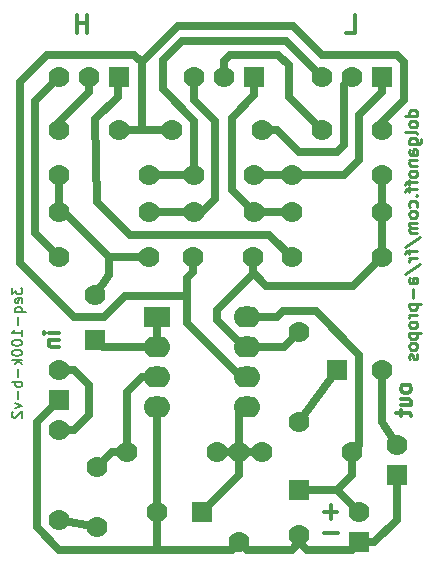
<source format=gbl>
%FSLAX46Y46*%
G04 Gerber Fmt 4.6, Leading zero omitted, Abs format (unit mm)*
G04 Created by KiCad (PCBNEW (2014-09-19 BZR 5142)-product) date 28/09/2014 22:55:22*
%MOMM*%
G01*
G04 APERTURE LIST*
%ADD10C,0.100000*%
%ADD11C,0.300000*%
%ADD12C,0.203200*%
%ADD13C,0.254000*%
%ADD14C,1.778000*%
%ADD15R,1.778000X1.778000*%
%ADD16R,2.286000X1.778000*%
%ADD17O,2.286000X1.778000*%
%ADD18C,0.635000*%
G04 APERTURE END LIST*
D10*
D11*
X119173571Y-78148571D02*
X119173571Y-76648571D01*
X119173571Y-77362857D02*
X118316428Y-77362857D01*
X118316428Y-78148571D02*
X118316428Y-76648571D01*
X141140714Y-78148571D02*
X141855000Y-78148571D01*
X141855000Y-76648571D01*
X146624524Y-108191905D02*
X146564048Y-108070952D01*
X146503571Y-108010476D01*
X146382619Y-107950000D01*
X146019762Y-107950000D01*
X145898810Y-108010476D01*
X145838333Y-108070952D01*
X145777857Y-108191905D01*
X145777857Y-108373333D01*
X145838333Y-108494285D01*
X145898810Y-108554762D01*
X146019762Y-108615238D01*
X146382619Y-108615238D01*
X146503571Y-108554762D01*
X146564048Y-108494285D01*
X146624524Y-108373333D01*
X146624524Y-108191905D01*
X145777857Y-109703810D02*
X146624524Y-109703810D01*
X145777857Y-109159524D02*
X146443095Y-109159524D01*
X146564048Y-109220000D01*
X146624524Y-109340953D01*
X146624524Y-109522381D01*
X146564048Y-109643333D01*
X146503571Y-109703810D01*
X145777857Y-110127143D02*
X145777857Y-110610953D01*
X145354524Y-110308572D02*
X146443095Y-110308572D01*
X146564048Y-110369048D01*
X146624524Y-110490001D01*
X146624524Y-110610953D01*
X116779524Y-103565476D02*
X115932857Y-103565476D01*
X115509524Y-103565476D02*
X115570000Y-103505000D01*
X115630476Y-103565476D01*
X115570000Y-103625952D01*
X115509524Y-103565476D01*
X115630476Y-103565476D01*
X115932857Y-104170238D02*
X116779524Y-104170238D01*
X116053810Y-104170238D02*
X115993333Y-104230714D01*
X115932857Y-104351667D01*
X115932857Y-104533095D01*
X115993333Y-104654047D01*
X116114286Y-104714524D01*
X116779524Y-104714524D01*
X139807143Y-118173572D02*
X139807143Y-119316429D01*
X140378571Y-118745000D02*
X139235714Y-118745000D01*
X139255572Y-120542857D02*
X140398429Y-120542857D01*
D12*
X112797167Y-99758499D02*
X112797167Y-100308832D01*
X113135833Y-100012499D01*
X113135833Y-100139499D01*
X113178167Y-100224166D01*
X113220500Y-100266499D01*
X113305167Y-100308832D01*
X113516833Y-100308832D01*
X113601500Y-100266499D01*
X113643833Y-100224166D01*
X113686167Y-100139499D01*
X113686167Y-99885499D01*
X113643833Y-99800832D01*
X113601500Y-99758499D01*
X113643833Y-101028499D02*
X113686167Y-100943833D01*
X113686167Y-100774499D01*
X113643833Y-100689833D01*
X113559167Y-100647499D01*
X113220500Y-100647499D01*
X113135833Y-100689833D01*
X113093500Y-100774499D01*
X113093500Y-100943833D01*
X113135833Y-101028499D01*
X113220500Y-101070833D01*
X113305167Y-101070833D01*
X113389833Y-100647499D01*
X113093500Y-101832833D02*
X113982500Y-101832833D01*
X113643833Y-101832833D02*
X113686167Y-101748166D01*
X113686167Y-101578833D01*
X113643833Y-101494166D01*
X113601500Y-101451833D01*
X113516833Y-101409499D01*
X113262833Y-101409499D01*
X113178167Y-101451833D01*
X113135833Y-101494166D01*
X113093500Y-101578833D01*
X113093500Y-101748166D01*
X113135833Y-101832833D01*
X113347500Y-102256166D02*
X113347500Y-102933499D01*
X113686167Y-103822499D02*
X113686167Y-103314499D01*
X113686167Y-103568499D02*
X112797167Y-103568499D01*
X112924167Y-103483833D01*
X113008833Y-103399166D01*
X113051167Y-103314499D01*
X112797167Y-104372833D02*
X112797167Y-104457500D01*
X112839500Y-104542166D01*
X112881833Y-104584500D01*
X112966500Y-104626833D01*
X113135833Y-104669166D01*
X113347500Y-104669166D01*
X113516833Y-104626833D01*
X113601500Y-104584500D01*
X113643833Y-104542166D01*
X113686167Y-104457500D01*
X113686167Y-104372833D01*
X113643833Y-104288166D01*
X113601500Y-104245833D01*
X113516833Y-104203500D01*
X113347500Y-104161166D01*
X113135833Y-104161166D01*
X112966500Y-104203500D01*
X112881833Y-104245833D01*
X112839500Y-104288166D01*
X112797167Y-104372833D01*
X112797167Y-105219500D02*
X112797167Y-105304167D01*
X112839500Y-105388833D01*
X112881833Y-105431167D01*
X112966500Y-105473500D01*
X113135833Y-105515833D01*
X113347500Y-105515833D01*
X113516833Y-105473500D01*
X113601500Y-105431167D01*
X113643833Y-105388833D01*
X113686167Y-105304167D01*
X113686167Y-105219500D01*
X113643833Y-105134833D01*
X113601500Y-105092500D01*
X113516833Y-105050167D01*
X113347500Y-105007833D01*
X113135833Y-105007833D01*
X112966500Y-105050167D01*
X112881833Y-105092500D01*
X112839500Y-105134833D01*
X112797167Y-105219500D01*
X113686167Y-105896834D02*
X112797167Y-105896834D01*
X113347500Y-105981500D02*
X113686167Y-106235500D01*
X113093500Y-106235500D02*
X113432167Y-105896834D01*
X113347500Y-106616501D02*
X113347500Y-107293834D01*
X113686167Y-107717168D02*
X112797167Y-107717168D01*
X113135833Y-107717168D02*
X113093500Y-107801834D01*
X113093500Y-107971168D01*
X113135833Y-108055834D01*
X113178167Y-108098168D01*
X113262833Y-108140501D01*
X113516833Y-108140501D01*
X113601500Y-108098168D01*
X113643833Y-108055834D01*
X113686167Y-107971168D01*
X113686167Y-107801834D01*
X113643833Y-107717168D01*
X113347500Y-108521501D02*
X113347500Y-109198834D01*
X113093500Y-109537501D02*
X113686167Y-109749168D01*
X113093500Y-109960834D01*
X112881833Y-110257167D02*
X112839500Y-110299501D01*
X112797167Y-110384167D01*
X112797167Y-110595834D01*
X112839500Y-110680501D01*
X112881833Y-110722834D01*
X112966500Y-110765167D01*
X113051167Y-110765167D01*
X113178167Y-110722834D01*
X113686167Y-110214834D01*
X113686167Y-110765167D01*
D13*
X147144619Y-85186763D02*
X146128619Y-85186763D01*
X147096238Y-85186763D02*
X147144619Y-85090001D01*
X147144619Y-84896478D01*
X147096238Y-84799716D01*
X147047857Y-84751335D01*
X146951095Y-84702954D01*
X146660810Y-84702954D01*
X146564048Y-84751335D01*
X146515667Y-84799716D01*
X146467286Y-84896478D01*
X146467286Y-85090001D01*
X146515667Y-85186763D01*
X147144619Y-85815716D02*
X147096238Y-85718954D01*
X147047857Y-85670573D01*
X146951095Y-85622192D01*
X146660810Y-85622192D01*
X146564048Y-85670573D01*
X146515667Y-85718954D01*
X146467286Y-85815716D01*
X146467286Y-85960858D01*
X146515667Y-86057620D01*
X146564048Y-86106001D01*
X146660810Y-86154382D01*
X146951095Y-86154382D01*
X147047857Y-86106001D01*
X147096238Y-86057620D01*
X147144619Y-85960858D01*
X147144619Y-85815716D01*
X147144619Y-86734954D02*
X147096238Y-86638192D01*
X146999476Y-86589811D01*
X146128619Y-86589811D01*
X146467286Y-87557429D02*
X147289762Y-87557429D01*
X147386524Y-87509048D01*
X147434905Y-87460667D01*
X147483286Y-87363906D01*
X147483286Y-87218763D01*
X147434905Y-87122001D01*
X147096238Y-87557429D02*
X147144619Y-87460667D01*
X147144619Y-87267144D01*
X147096238Y-87170382D01*
X147047857Y-87122001D01*
X146951095Y-87073620D01*
X146660810Y-87073620D01*
X146564048Y-87122001D01*
X146515667Y-87170382D01*
X146467286Y-87267144D01*
X146467286Y-87460667D01*
X146515667Y-87557429D01*
X147144619Y-88476667D02*
X146612429Y-88476667D01*
X146515667Y-88428286D01*
X146467286Y-88331524D01*
X146467286Y-88138001D01*
X146515667Y-88041239D01*
X147096238Y-88476667D02*
X147144619Y-88379905D01*
X147144619Y-88138001D01*
X147096238Y-88041239D01*
X146999476Y-87992858D01*
X146902714Y-87992858D01*
X146805952Y-88041239D01*
X146757571Y-88138001D01*
X146757571Y-88379905D01*
X146709190Y-88476667D01*
X146467286Y-88960477D02*
X147144619Y-88960477D01*
X146564048Y-88960477D02*
X146515667Y-89008858D01*
X146467286Y-89105620D01*
X146467286Y-89250762D01*
X146515667Y-89347524D01*
X146612429Y-89395905D01*
X147144619Y-89395905D01*
X147144619Y-90024858D02*
X147096238Y-89928096D01*
X147047857Y-89879715D01*
X146951095Y-89831334D01*
X146660810Y-89831334D01*
X146564048Y-89879715D01*
X146515667Y-89928096D01*
X146467286Y-90024858D01*
X146467286Y-90170000D01*
X146515667Y-90266762D01*
X146564048Y-90315143D01*
X146660810Y-90363524D01*
X146951095Y-90363524D01*
X147047857Y-90315143D01*
X147096238Y-90266762D01*
X147144619Y-90170000D01*
X147144619Y-90024858D01*
X146467286Y-90653810D02*
X146467286Y-91040858D01*
X147144619Y-90798953D02*
X146273762Y-90798953D01*
X146177000Y-90847334D01*
X146128619Y-90944096D01*
X146128619Y-91040858D01*
X146467286Y-91234381D02*
X146467286Y-91621429D01*
X147144619Y-91379524D02*
X146273762Y-91379524D01*
X146177000Y-91427905D01*
X146128619Y-91524667D01*
X146128619Y-91621429D01*
X147047857Y-91960095D02*
X147096238Y-92008476D01*
X147144619Y-91960095D01*
X147096238Y-91911714D01*
X147047857Y-91960095D01*
X147144619Y-91960095D01*
X147096238Y-92879333D02*
X147144619Y-92782571D01*
X147144619Y-92589048D01*
X147096238Y-92492286D01*
X147047857Y-92443905D01*
X146951095Y-92395524D01*
X146660810Y-92395524D01*
X146564048Y-92443905D01*
X146515667Y-92492286D01*
X146467286Y-92589048D01*
X146467286Y-92782571D01*
X146515667Y-92879333D01*
X147144619Y-93459905D02*
X147096238Y-93363143D01*
X147047857Y-93314762D01*
X146951095Y-93266381D01*
X146660810Y-93266381D01*
X146564048Y-93314762D01*
X146515667Y-93363143D01*
X146467286Y-93459905D01*
X146467286Y-93605047D01*
X146515667Y-93701809D01*
X146564048Y-93750190D01*
X146660810Y-93798571D01*
X146951095Y-93798571D01*
X147047857Y-93750190D01*
X147096238Y-93701809D01*
X147144619Y-93605047D01*
X147144619Y-93459905D01*
X147144619Y-94234000D02*
X146467286Y-94234000D01*
X146564048Y-94234000D02*
X146515667Y-94282381D01*
X146467286Y-94379143D01*
X146467286Y-94524285D01*
X146515667Y-94621047D01*
X146612429Y-94669428D01*
X147144619Y-94669428D01*
X146612429Y-94669428D02*
X146515667Y-94717809D01*
X146467286Y-94814571D01*
X146467286Y-94959714D01*
X146515667Y-95056476D01*
X146612429Y-95104857D01*
X147144619Y-95104857D01*
X146080238Y-96314381D02*
X147386524Y-95443524D01*
X146467286Y-96507905D02*
X146467286Y-96894953D01*
X147144619Y-96653048D02*
X146273762Y-96653048D01*
X146177000Y-96701429D01*
X146128619Y-96798191D01*
X146128619Y-96894953D01*
X147144619Y-97233619D02*
X146467286Y-97233619D01*
X146660810Y-97233619D02*
X146564048Y-97282000D01*
X146515667Y-97330381D01*
X146467286Y-97427143D01*
X146467286Y-97523904D01*
X146080238Y-98588285D02*
X147386524Y-97717428D01*
X147144619Y-99362380D02*
X146612429Y-99362380D01*
X146515667Y-99313999D01*
X146467286Y-99217237D01*
X146467286Y-99023714D01*
X146515667Y-98926952D01*
X147096238Y-99362380D02*
X147144619Y-99265618D01*
X147144619Y-99023714D01*
X147096238Y-98926952D01*
X146999476Y-98878571D01*
X146902714Y-98878571D01*
X146805952Y-98926952D01*
X146757571Y-99023714D01*
X146757571Y-99265618D01*
X146709190Y-99362380D01*
X146757571Y-99846190D02*
X146757571Y-100620285D01*
X146467286Y-101104095D02*
X147483286Y-101104095D01*
X146515667Y-101104095D02*
X146467286Y-101200857D01*
X146467286Y-101394380D01*
X146515667Y-101491142D01*
X146564048Y-101539523D01*
X146660810Y-101587904D01*
X146951095Y-101587904D01*
X147047857Y-101539523D01*
X147096238Y-101491142D01*
X147144619Y-101394380D01*
X147144619Y-101200857D01*
X147096238Y-101104095D01*
X147144619Y-102023333D02*
X146467286Y-102023333D01*
X146660810Y-102023333D02*
X146564048Y-102071714D01*
X146515667Y-102120095D01*
X146467286Y-102216857D01*
X146467286Y-102313618D01*
X147144619Y-102797428D02*
X147096238Y-102700666D01*
X147047857Y-102652285D01*
X146951095Y-102603904D01*
X146660810Y-102603904D01*
X146564048Y-102652285D01*
X146515667Y-102700666D01*
X146467286Y-102797428D01*
X146467286Y-102942570D01*
X146515667Y-103039332D01*
X146564048Y-103087713D01*
X146660810Y-103136094D01*
X146951095Y-103136094D01*
X147047857Y-103087713D01*
X147096238Y-103039332D01*
X147144619Y-102942570D01*
X147144619Y-102797428D01*
X146467286Y-103571523D02*
X147483286Y-103571523D01*
X146515667Y-103571523D02*
X146467286Y-103668285D01*
X146467286Y-103861808D01*
X146515667Y-103958570D01*
X146564048Y-104006951D01*
X146660810Y-104055332D01*
X146951095Y-104055332D01*
X147047857Y-104006951D01*
X147096238Y-103958570D01*
X147144619Y-103861808D01*
X147144619Y-103668285D01*
X147096238Y-103571523D01*
X147144619Y-104635904D02*
X147096238Y-104539142D01*
X147047857Y-104490761D01*
X146951095Y-104442380D01*
X146660810Y-104442380D01*
X146564048Y-104490761D01*
X146515667Y-104539142D01*
X146467286Y-104635904D01*
X146467286Y-104781046D01*
X146515667Y-104877808D01*
X146564048Y-104926189D01*
X146660810Y-104974570D01*
X146951095Y-104974570D01*
X147047857Y-104926189D01*
X147096238Y-104877808D01*
X147144619Y-104781046D01*
X147144619Y-104635904D01*
X147096238Y-105361618D02*
X147144619Y-105458380D01*
X147144619Y-105651904D01*
X147096238Y-105748665D01*
X146999476Y-105797046D01*
X146951095Y-105797046D01*
X146854333Y-105748665D01*
X146805952Y-105651904D01*
X146805952Y-105506761D01*
X146757571Y-105409999D01*
X146660810Y-105361618D01*
X146612429Y-105361618D01*
X146515667Y-105409999D01*
X146467286Y-105506761D01*
X146467286Y-105651904D01*
X146515667Y-105748665D01*
D14*
X120015000Y-120015000D03*
X120015000Y-114935000D03*
D15*
X119888000Y-104140000D03*
D14*
X119888000Y-100330000D03*
X128270000Y-90170000D03*
X133350000Y-90170000D03*
X128270000Y-93345000D03*
X133350000Y-93345000D03*
X139065000Y-86360000D03*
X144145000Y-86360000D03*
X116840000Y-86360000D03*
X121920000Y-86360000D03*
D15*
X140335000Y-106680000D03*
D14*
X144145000Y-106680000D03*
D15*
X128905000Y-118745000D03*
D14*
X125095000Y-118745000D03*
D15*
X137160000Y-116840000D03*
D14*
X137160000Y-120650000D03*
D15*
X116840000Y-109220000D03*
D14*
X116840000Y-106680000D03*
D15*
X145415000Y-115570000D03*
D14*
X145415000Y-113030000D03*
D15*
X142240000Y-121285000D03*
D14*
X142240000Y-118745000D03*
X116840000Y-119380000D03*
X116840000Y-111760000D03*
X130175000Y-113665000D03*
X122555000Y-113665000D03*
X124460000Y-90170000D03*
X116840000Y-90170000D03*
X124460000Y-93345000D03*
X116840000Y-93345000D03*
X116840000Y-97155000D03*
X124460000Y-97155000D03*
X133985000Y-86360000D03*
X126365000Y-86360000D03*
X144145000Y-90170000D03*
X136525000Y-90170000D03*
X144145000Y-93345000D03*
X136525000Y-93345000D03*
X144145000Y-97155000D03*
X136525000Y-97155000D03*
X137160000Y-111125000D03*
X137160000Y-103505000D03*
X133985000Y-113665000D03*
X141605000Y-113665000D03*
X132080000Y-121285000D03*
X132080000Y-113665000D03*
D15*
X144145000Y-81915000D03*
D14*
X141605000Y-81915000D03*
X139065000Y-81915000D03*
D15*
X133350000Y-81915000D03*
D14*
X130810000Y-81915000D03*
X128270000Y-81915000D03*
D15*
X121920000Y-81915000D03*
D14*
X119380000Y-81915000D03*
X116840000Y-81915000D03*
D16*
X125095000Y-102235000D03*
D17*
X125095000Y-104775000D03*
X125095000Y-107315000D03*
X125095000Y-109855000D03*
X132715000Y-109855000D03*
X132715000Y-107315000D03*
X132715000Y-104775000D03*
X132715000Y-102235000D03*
D14*
X128143000Y-97155000D03*
X133223000Y-97155000D03*
D18*
X116840000Y-119380000D02*
X120015000Y-120015000D01*
X120015000Y-114935000D02*
X121285000Y-113665000D01*
X121285000Y-113665000D02*
X122555000Y-113665000D01*
X122555000Y-113665000D02*
X122555000Y-108585000D01*
X123825000Y-107315000D02*
X125095000Y-107315000D01*
X122555000Y-108585000D02*
X123825000Y-107315000D01*
X125095000Y-102235000D02*
X125095000Y-104775000D01*
X120523000Y-104775000D02*
X119888000Y-104140000D01*
X125095000Y-104775000D02*
X120523000Y-104775000D01*
X116840000Y-93345000D02*
X116840000Y-90170000D01*
X117221000Y-93345000D02*
X116840000Y-93345000D01*
X121031000Y-97155000D02*
X117221000Y-93345000D01*
X124460000Y-97155000D02*
X121031000Y-97155000D01*
X121031000Y-98679000D02*
X121031000Y-97155000D01*
X119888000Y-100330000D02*
X121031000Y-98679000D01*
X128270000Y-90170000D02*
X124460000Y-90170000D01*
X136016991Y-78866991D02*
X139065000Y-81915000D01*
X128270000Y-90170000D02*
X128270000Y-85598000D01*
X128270000Y-85598000D02*
X125603000Y-82931000D01*
X125603000Y-82931000D02*
X125603000Y-80483460D01*
X125603000Y-80483460D02*
X127219469Y-78866991D01*
X127219469Y-78866991D02*
X136016991Y-78866991D01*
X133350000Y-90170000D02*
X136525000Y-90170000D01*
X144145000Y-83185000D02*
X142240000Y-85090000D01*
X142240000Y-85090000D02*
X142240000Y-88900000D01*
X142240000Y-88900000D02*
X140970000Y-90170000D01*
X140970000Y-90170000D02*
X136525000Y-90170000D01*
X144145000Y-81915000D02*
X144145000Y-83185000D01*
X128270000Y-93345000D02*
X124460000Y-93345000D01*
X128270000Y-83820000D02*
X128270000Y-81915000D01*
X130048000Y-85598000D02*
X128270000Y-83820000D01*
X130048000Y-92202000D02*
X130048000Y-85598000D01*
X128905000Y-93345000D02*
X130048000Y-92202000D01*
X128270000Y-93345000D02*
X128905000Y-93345000D01*
X133350000Y-93345000D02*
X136525000Y-93345000D01*
X131445000Y-91440000D02*
X131445000Y-85344000D01*
X131445000Y-85344000D02*
X133350000Y-83439000D01*
X133350000Y-83439000D02*
X133350000Y-81915000D01*
X133350000Y-93345000D02*
X131445000Y-91440000D01*
X136271000Y-83566000D02*
X139065000Y-86360000D01*
X136271000Y-80899000D02*
X136271000Y-83566000D01*
X135382000Y-80010000D02*
X136271000Y-80899000D01*
X131318000Y-80010000D02*
X135382000Y-80010000D01*
X130810000Y-80518000D02*
X131318000Y-80010000D01*
X130810000Y-81915000D02*
X130810000Y-80518000D01*
X116840000Y-86360000D02*
X116840000Y-85725000D01*
X119380000Y-83185000D02*
X119380000Y-81915000D01*
X116840000Y-85725000D02*
X119380000Y-83185000D01*
X137160000Y-111125000D02*
X140335000Y-106680000D01*
X144145000Y-111125000D02*
X145415000Y-113030000D01*
X144145000Y-106680000D02*
X144145000Y-111125000D01*
X132080000Y-113665000D02*
X130175000Y-113665000D01*
X132080000Y-113665000D02*
X133985000Y-113665000D01*
X132080000Y-115570000D02*
X128905000Y-118745000D01*
X132080000Y-113665000D02*
X132080000Y-115570000D01*
X132080000Y-110490000D02*
X132715000Y-109855000D01*
X132080000Y-113665000D02*
X132080000Y-110490000D01*
X116840000Y-109220000D02*
X114935000Y-111125000D01*
X114935000Y-111125000D02*
X114935000Y-120015000D01*
X114935000Y-120015000D02*
X116840000Y-121920000D01*
X116840000Y-121920000D02*
X125095000Y-121920000D01*
X125095000Y-121920000D02*
X125095000Y-118745000D01*
X142240000Y-121285000D02*
X143510000Y-121285000D01*
X145415000Y-119380000D02*
X145415000Y-115570000D01*
X143510000Y-121285000D02*
X145415000Y-119380000D01*
X125095000Y-118745000D02*
X125095000Y-109855000D01*
X137160000Y-120650000D02*
X137160000Y-121285000D01*
X131445000Y-121920000D02*
X132080000Y-121285000D01*
X125095000Y-121920000D02*
X131445000Y-121920000D01*
X136525000Y-121920000D02*
X137160000Y-121285000D01*
X132715000Y-121920000D02*
X136525000Y-121920000D01*
X132080000Y-121285000D02*
X132715000Y-121920000D01*
X141605000Y-121920000D02*
X142240000Y-121285000D01*
X137795000Y-121920000D02*
X141605000Y-121920000D01*
X137160000Y-121285000D02*
X137795000Y-121920000D01*
X137160000Y-116840000D02*
X140335000Y-116840000D01*
X140335000Y-116840000D02*
X142240000Y-118745000D01*
X141605000Y-115570000D02*
X141605000Y-113665000D01*
X140335000Y-116840000D02*
X141605000Y-115570000D01*
X142240000Y-113030000D02*
X141605000Y-113665000D01*
X142240000Y-105410000D02*
X142240000Y-113030000D01*
X138557000Y-101727000D02*
X142240000Y-105410000D01*
X135763000Y-101727000D02*
X138557000Y-101727000D01*
X135255000Y-102235000D02*
X135763000Y-101727000D01*
X132715000Y-102235000D02*
X135255000Y-102235000D01*
X116840000Y-111760000D02*
X118110000Y-111760000D01*
X118110000Y-111760000D02*
X119380000Y-110490000D01*
X119380000Y-110490000D02*
X119380000Y-107950000D01*
X119380000Y-107950000D02*
X118110000Y-106680000D01*
X118110000Y-106680000D02*
X116840000Y-106680000D01*
X114808000Y-95123000D02*
X114808000Y-83947000D01*
X114808000Y-83947000D02*
X116840000Y-81915000D01*
X116840000Y-97155000D02*
X114808000Y-95123000D01*
X140970000Y-87630000D02*
X140335000Y-88265000D01*
X140970000Y-87630000D02*
X140970000Y-82550000D01*
X135255000Y-86360000D02*
X137160000Y-88265000D01*
X137160000Y-88265000D02*
X140335000Y-88265000D01*
X135255000Y-86360000D02*
X133985000Y-86360000D01*
X141605000Y-81915000D02*
X140970000Y-82550000D01*
X134620000Y-95250000D02*
X136525000Y-97155000D01*
X122809000Y-95250000D02*
X134620000Y-95250000D01*
X120015000Y-92456000D02*
X122809000Y-95250000D01*
X119888000Y-85471000D02*
X120015000Y-92456000D01*
X121793000Y-83566000D02*
X119888000Y-85471000D01*
X121920000Y-81915000D02*
X121793000Y-83566000D01*
X123825000Y-80645000D02*
X126873000Y-77597000D01*
X126873000Y-77597000D02*
X136652000Y-77597000D01*
X136652000Y-77597000D02*
X139065000Y-80010000D01*
X139065000Y-80010000D02*
X145415000Y-80010000D01*
X145415000Y-80010000D02*
X146050000Y-80645000D01*
X146050000Y-80645000D02*
X146050000Y-83820000D01*
X146050000Y-83820000D02*
X144145000Y-85725000D01*
X144145000Y-85725000D02*
X144145000Y-86360000D01*
X132715000Y-107315000D02*
X132080000Y-107315000D01*
X123825000Y-86360000D02*
X126365000Y-86360000D01*
X121920000Y-86360000D02*
X123825000Y-86360000D01*
X123825000Y-86360000D02*
X123825000Y-80645000D01*
X127635000Y-102743000D02*
X127635000Y-100457000D01*
X132207000Y-107315000D02*
X127635000Y-102743000D01*
X132715000Y-107315000D02*
X132207000Y-107315000D01*
X127635000Y-98920235D02*
X127635000Y-100457000D01*
X128143000Y-98412235D02*
X127635000Y-98920235D01*
X128143000Y-97155000D02*
X128143000Y-98412235D01*
X123190000Y-80010000D02*
X123825000Y-80645000D01*
X115824000Y-80010000D02*
X123190000Y-80010000D01*
X113538000Y-82296000D02*
X115824000Y-80010000D01*
X113538000Y-97663000D02*
X113538000Y-82296000D01*
X118110000Y-102235000D02*
X113538000Y-97663000D01*
X120650000Y-102235000D02*
X118110000Y-102235000D01*
X122428000Y-100457000D02*
X120650000Y-102235000D01*
X127635000Y-100457000D02*
X122428000Y-100457000D01*
X132715000Y-104775000D02*
X132461000Y-104775000D01*
X132461000Y-104775000D02*
X130175000Y-102489000D01*
X130175000Y-102489000D02*
X130175000Y-101600000D01*
X130175000Y-101600000D02*
X133223000Y-98552000D01*
X133223000Y-98552000D02*
X133223000Y-97155000D01*
X144145000Y-93345000D02*
X144145000Y-97155000D01*
X144145000Y-90170000D02*
X144145000Y-93345000D01*
X132715000Y-104775000D02*
X135890000Y-104775000D01*
X135890000Y-104775000D02*
X137160000Y-103505000D01*
X133223000Y-98412235D02*
X134378765Y-99568000D01*
X133223000Y-97155000D02*
X133223000Y-98412235D01*
X141732000Y-99568000D02*
X144145000Y-97155000D01*
X134378765Y-99568000D02*
X141732000Y-99568000D01*
M02*

</source>
